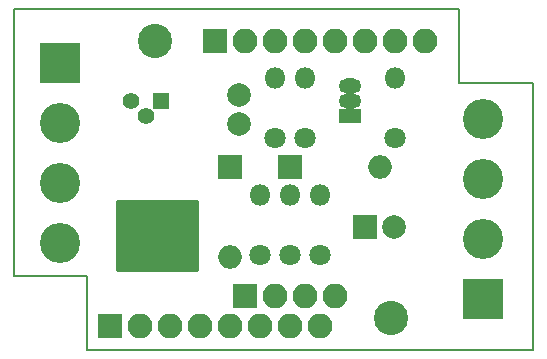
<source format=gbs>
G04 #@! TF.FileFunction,Soldermask,Bot*
%FSLAX46Y46*%
G04 Gerber Fmt 4.6, Leading zero omitted, Abs format (unit mm)*
G04 Created by KiCad (PCBNEW 4.0.7) date 08/08/18 22:55:19*
%MOMM*%
%LPD*%
G01*
G04 APERTURE LIST*
%ADD10C,0.100000*%
%ADD11C,0.150000*%
%ADD12R,2.000000X2.000000*%
%ADD13C,2.000000*%
%ADD14C,1.400000*%
%ADD15R,1.400000X1.400000*%
%ADD16C,3.400000*%
%ADD17R,3.400000X3.400000*%
%ADD18O,2.000000X2.000000*%
%ADD19O,1.900000X1.300000*%
%ADD20R,1.900000X1.300000*%
%ADD21R,2.100000X2.100000*%
%ADD22O,2.100000X2.100000*%
%ADD23C,2.900000*%
%ADD24C,1.800000*%
%ADD25O,1.800000X1.800000*%
%ADD26C,0.254000*%
G04 APERTURE END LIST*
D10*
D11*
X140462000Y-106299000D02*
X140462000Y-83693000D01*
X146685000Y-106299000D02*
X140462000Y-106299000D01*
X146685000Y-112522000D02*
X146685000Y-106299000D01*
X184404000Y-112522000D02*
X146685000Y-112522000D01*
X184404000Y-89916000D02*
X184404000Y-112522000D01*
X178181000Y-89916000D02*
X184404000Y-89916000D01*
X178181000Y-83693000D02*
X178181000Y-89916000D01*
X140462000Y-83693000D02*
X178181000Y-83693000D01*
D12*
X170180000Y-102108000D03*
D13*
X172680000Y-102108000D03*
D14*
X151638000Y-92710000D03*
X150368000Y-91440000D03*
D15*
X152908000Y-91440000D03*
D16*
X144399000Y-93345000D03*
X144399000Y-98425000D03*
D17*
X144399000Y-88265000D03*
D16*
X144399000Y-103505000D03*
D13*
X159512000Y-90932000D03*
X159512000Y-93432000D03*
D12*
X163830000Y-97028000D03*
D18*
X171450000Y-97028000D03*
D12*
X158750000Y-97028000D03*
D18*
X158750000Y-104648000D03*
D16*
X180213000Y-103124000D03*
X180213000Y-98044000D03*
D17*
X180213000Y-108204000D03*
D16*
X180213000Y-92964000D03*
D19*
X168910000Y-91440000D03*
X168910000Y-90170000D03*
D20*
X168910000Y-92710000D03*
D21*
X157480000Y-86360000D03*
D22*
X160020000Y-86360000D03*
X162560000Y-86360000D03*
X165100000Y-86360000D03*
X167640000Y-86360000D03*
X170180000Y-86360000D03*
X172720000Y-86360000D03*
X175260000Y-86360000D03*
D21*
X148590000Y-110490000D03*
D22*
X151130000Y-110490000D03*
X153670000Y-110490000D03*
X156210000Y-110490000D03*
X158750000Y-110490000D03*
X161290000Y-110490000D03*
X163830000Y-110490000D03*
X166370000Y-110490000D03*
D21*
X160020000Y-107950000D03*
D22*
X162560000Y-107950000D03*
X165100000Y-107950000D03*
X167640000Y-107950000D03*
D23*
X152405080Y-86357460D03*
X172399960Y-109862620D03*
D24*
X166370000Y-104521000D03*
D25*
X166370000Y-99441000D03*
D24*
X172720000Y-94615000D03*
D25*
X172720000Y-89535000D03*
D24*
X163830000Y-104521000D03*
D25*
X163830000Y-99441000D03*
D24*
X165100000Y-94615000D03*
D25*
X165100000Y-89535000D03*
D24*
X161290000Y-104521000D03*
D25*
X161290000Y-99441000D03*
D24*
X162560000Y-94615000D03*
D25*
X162560000Y-89535000D03*
D26*
G36*
X155956000Y-105791000D02*
X149225000Y-105791000D01*
X149225000Y-99949000D01*
X155956000Y-99949000D01*
X155956000Y-105791000D01*
X155956000Y-105791000D01*
G37*
X155956000Y-105791000D02*
X149225000Y-105791000D01*
X149225000Y-99949000D01*
X155956000Y-99949000D01*
X155956000Y-105791000D01*
M02*

</source>
